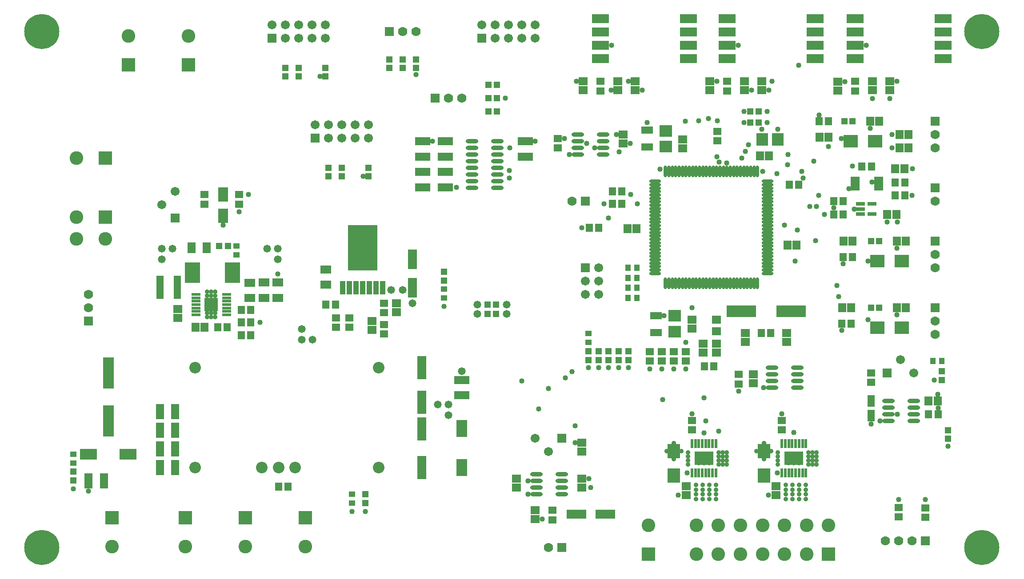
<source format=gts>
%FSLAX25Y25*%
%MOIN*%
G70*
G01*
G75*
G04 Layer_Color=8388736*
%ADD10R,0.03937X0.03937*%
%ADD11R,0.03937X0.03937*%
%ADD12R,0.01260X0.06299*%
%ADD13R,0.13386X0.09685*%
%ADD14R,0.08661X0.09843*%
%ADD15R,0.03937X0.03543*%
%ADD16R,0.04331X0.03937*%
%ADD17R,0.03937X0.04331*%
%ADD18R,0.03543X0.03937*%
%ADD19R,0.06299X0.16535*%
%ADD20R,0.05906X0.05118*%
%ADD21R,0.09843X0.08661*%
%ADD22R,0.21654X0.07874*%
%ADD23R,0.05709X0.01772*%
%ADD24O,0.08661X0.02362*%
%ADD25R,0.03504X0.09488*%
%ADD26R,0.21063X0.33622*%
%ADD27R,0.06299X0.01378*%
%ADD28R,0.09685X0.09095*%
%ADD29O,0.08071X0.01772*%
%ADD30O,0.01772X0.08071*%
%ADD31R,0.04724X0.05512*%
%ADD32R,0.05512X0.04724*%
%ADD33R,0.12000X0.06000*%
%ADD34R,0.07087X0.11811*%
%ADD35R,0.11811X0.07087*%
%ADD36R,0.04600X0.16700*%
%ADD37R,0.07874X0.04724*%
%ADD38R,0.06693X0.09843*%
%ADD39R,0.11000X0.15000*%
%ADD40R,0.05118X0.05906*%
%ADD41R,0.04724X0.07874*%
%ADD42R,0.05118X0.10630*%
%ADD43R,0.10630X0.05118*%
%ADD44R,0.07087X0.22835*%
%ADD45R,0.07087X0.05118*%
%ADD46R,0.06299X0.13780*%
%ADD47R,0.05118X0.07087*%
%ADD48R,0.13780X0.06299*%
%ADD49R,0.07874X0.08661*%
%ADD50R,0.08661X0.07874*%
%ADD51R,0.05709X0.02165*%
%ADD52R,0.05709X0.02165*%
%ADD53C,0.01500*%
%ADD54C,0.01000*%
%ADD55C,0.01200*%
%ADD56C,0.05000*%
%ADD57C,0.02500*%
%ADD58C,0.02000*%
%ADD59C,0.03000*%
%ADD60C,0.01400*%
%ADD61C,0.03500*%
%ADD62R,0.06200X0.06200*%
%ADD63C,0.06200*%
%ADD64R,0.06200X0.06200*%
%ADD65C,0.02800*%
%ADD66C,0.09449*%
%ADD67R,0.09449X0.09449*%
%ADD68R,0.05906X0.05906*%
%ADD69C,0.05906*%
%ADD70R,0.05906X0.05906*%
%ADD71C,0.25590*%
%ADD72C,0.05000*%
%ADD73R,0.09449X0.09449*%
%ADD74C,0.07874*%
%ADD75C,0.03200*%
%ADD76C,0.04000*%
%ADD77C,0.07543*%
G04:AMPARAMS|DCode=78|XSize=95.118mil|YSize=95.118mil|CornerRadius=0mil|HoleSize=0mil|Usage=FLASHONLY|Rotation=0.000|XOffset=0mil|YOffset=0mil|HoleType=Round|Shape=Relief|Width=10mil|Gap=10mil|Entries=4|*
%AMTHD78*
7,0,0,0.09512,0.07512,0.01000,45*
%
%ADD78THD78*%
%ADD79C,0.09512*%
%ADD80C,0.07543*%
G04:AMPARAMS|DCode=81|XSize=75.433mil|YSize=75.433mil|CornerRadius=0mil|HoleSize=0mil|Usage=FLASHONLY|Rotation=0.000|XOffset=0mil|YOffset=0mil|HoleType=Round|Shape=Relief|Width=10mil|Gap=10mil|Entries=4|*
%AMTHD81*
7,0,0,0.07543,0.05543,0.01000,45*
%
%ADD81THD81*%
%ADD82C,0.21717*%
%ADD83C,0.05200*%
%ADD84C,0.06800*%
%ADD85C,0.08724*%
G04:AMPARAMS|DCode=86|XSize=87.244mil|YSize=87.244mil|CornerRadius=0mil|HoleSize=0mil|Usage=FLASHONLY|Rotation=0.000|XOffset=0mil|YOffset=0mil|HoleType=Round|Shape=Relief|Width=10mil|Gap=10mil|Entries=4|*
%AMTHD86*
7,0,0,0.08724,0.06724,0.01000,45*
%
%ADD86THD86*%
%ADD87C,0.07150*%
G04:AMPARAMS|DCode=88|XSize=71.496mil|YSize=71.496mil|CornerRadius=0mil|HoleSize=0mil|Usage=FLASHONLY|Rotation=0.000|XOffset=0mil|YOffset=0mil|HoleType=Round|Shape=Relief|Width=10mil|Gap=10mil|Entries=4|*
%AMTHD88*
7,0,0,0.07150,0.05150,0.01000,45*
%
%ADD88THD88*%
G04:AMPARAMS|DCode=89|XSize=75.433mil|YSize=75.433mil|CornerRadius=0mil|HoleSize=0mil|Usage=FLASHONLY|Rotation=0.000|XOffset=0mil|YOffset=0mil|HoleType=Round|Shape=Relief|Width=10mil|Gap=10mil|Entries=4|*
%AMTHD89*
7,0,0,0.07543,0.05543,0.01000,45*
%
%ADD89THD89*%
%ADD90C,0.05600*%
G04:AMPARAMS|DCode=91|XSize=56mil|YSize=56mil|CornerRadius=0mil|HoleSize=0mil|Usage=FLASHONLY|Rotation=0.000|XOffset=0mil|YOffset=0mil|HoleType=Round|Shape=Relief|Width=10mil|Gap=10mil|Entries=4|*
%AMTHD91*
7,0,0,0.05600,0.03600,0.01000,45*
%
%ADD91THD91*%
G04:AMPARAMS|DCode=92|XSize=68mil|YSize=68mil|CornerRadius=0mil|HoleSize=0mil|Usage=FLASHONLY|Rotation=0.000|XOffset=0mil|YOffset=0mil|HoleType=Round|Shape=Relief|Width=10mil|Gap=10mil|Entries=4|*
%AMTHD92*
7,0,0,0.06800,0.04800,0.01000,45*
%
%ADD92THD92*%
%ADD93C,0.00984*%
%ADD94C,0.02362*%
%ADD95C,0.00394*%
%ADD96C,0.00800*%
%ADD97C,0.00787*%
%ADD98C,0.00500*%
%ADD99C,0.00700*%
%ADD100R,0.18000X0.05000*%
%ADD101R,0.05000X0.18000*%
%ADD102R,0.04737X0.04737*%
%ADD103R,0.04737X0.04737*%
%ADD104R,0.02060X0.07099*%
%ADD105R,0.14186X0.10485*%
%ADD106R,0.09461X0.10642*%
%ADD107R,0.04737X0.04343*%
%ADD108R,0.05131X0.04737*%
%ADD109R,0.04737X0.05131*%
%ADD110R,0.04343X0.04737*%
%ADD111R,0.07099X0.17335*%
%ADD112R,0.06706X0.05918*%
%ADD113R,0.10642X0.09461*%
%ADD114R,0.22453X0.08674*%
%ADD115R,0.06509X0.02572*%
%ADD116O,0.09461X0.03162*%
%ADD117R,0.04304X0.10288*%
%ADD118R,0.21863X0.34422*%
%ADD119R,0.07099X0.02178*%
%ADD120R,0.10485X0.09894*%
%ADD121O,0.08871X0.02572*%
%ADD122O,0.02572X0.08871*%
%ADD123R,0.05524X0.06312*%
%ADD124R,0.06312X0.05524*%
%ADD125R,0.12800X0.06800*%
%ADD126R,0.07887X0.12611*%
%ADD127R,0.12611X0.07887*%
%ADD128R,0.05400X0.17500*%
%ADD129R,0.08674X0.05524*%
%ADD130R,0.07493X0.10642*%
%ADD131R,0.11800X0.15800*%
%ADD132R,0.05918X0.06706*%
%ADD133R,0.05524X0.08674*%
%ADD134R,0.05918X0.11430*%
%ADD135R,0.11430X0.05918*%
%ADD136R,0.07887X0.23635*%
%ADD137R,0.07887X0.05918*%
%ADD138R,0.07099X0.14579*%
%ADD139R,0.05918X0.07887*%
%ADD140R,0.14579X0.07099*%
%ADD141R,0.08674X0.09461*%
%ADD142R,0.09461X0.08674*%
%ADD143R,0.06509X0.02965*%
%ADD144R,0.06509X0.02965*%
%ADD145R,0.07000X0.07000*%
%ADD146C,0.07000*%
%ADD147R,0.07000X0.07000*%
%ADD148C,0.03600*%
%ADD149C,0.10249*%
%ADD150R,0.10249X0.10249*%
%ADD151R,0.06706X0.06706*%
%ADD152C,0.06706*%
%ADD153R,0.06706X0.06706*%
%ADD154C,0.26390*%
%ADD155C,0.05800*%
%ADD156R,0.10249X0.10249*%
%ADD157C,0.08674*%
%ADD158C,0.04000*%
G54D102*
X605500Y801500D02*
D03*
Y795201D02*
D03*
X595500Y801500D02*
D03*
Y795201D02*
D03*
X585500Y801500D02*
D03*
Y795201D02*
D03*
X1004500Y516701D02*
D03*
Y523000D02*
D03*
X537500Y788701D02*
D03*
Y795000D02*
D03*
X517500Y788701D02*
D03*
Y795000D02*
D03*
X507500Y788701D02*
D03*
Y795000D02*
D03*
X570000Y713701D02*
D03*
Y720000D02*
D03*
X550000Y713701D02*
D03*
Y720000D02*
D03*
X540000Y713701D02*
D03*
Y720000D02*
D03*
G54D103*
X660000Y772500D02*
D03*
X666299D02*
D03*
X660000Y782500D02*
D03*
X666299D02*
D03*
X660000Y762500D02*
D03*
X666299D02*
D03*
X659350Y610500D02*
D03*
X665650D02*
D03*
Y617500D02*
D03*
X659350D02*
D03*
X953000Y615000D02*
D03*
X946701D02*
D03*
X953000Y665000D02*
D03*
X946701D02*
D03*
X933000Y755000D02*
D03*
X926701D02*
D03*
X856350Y754000D02*
D03*
X862650D02*
D03*
X856350Y762500D02*
D03*
X862650D02*
D03*
G54D104*
X830413Y491000D02*
D03*
Y513047D02*
D03*
X827854D02*
D03*
X812500D02*
D03*
X815059D02*
D03*
X817618D02*
D03*
X820177D02*
D03*
X822736D02*
D03*
X825295D02*
D03*
X827854Y491000D02*
D03*
X825295D02*
D03*
X822736D02*
D03*
X820177D02*
D03*
X817618D02*
D03*
X815059D02*
D03*
X812500D02*
D03*
X897913D02*
D03*
Y513047D02*
D03*
X895354D02*
D03*
X880000D02*
D03*
X882559D02*
D03*
X885118D02*
D03*
X887677D02*
D03*
X890236D02*
D03*
X892795D02*
D03*
X895354Y491000D02*
D03*
X892795D02*
D03*
X890236D02*
D03*
X887677D02*
D03*
X885118D02*
D03*
X882559D02*
D03*
X880000D02*
D03*
G54D105*
X821457Y502024D02*
D03*
X888957D02*
D03*
G54D106*
X799000Y489000D02*
D03*
Y507504D02*
D03*
X866500Y489000D02*
D03*
Y507504D02*
D03*
G54D107*
X471000Y661500D02*
D03*
Y654807D02*
D03*
X557500Y475000D02*
D03*
Y468307D02*
D03*
X626500Y629000D02*
D03*
Y622307D02*
D03*
X348500Y498307D02*
D03*
Y505000D02*
D03*
X735000Y595847D02*
D03*
Y589153D02*
D03*
G54D108*
X464500Y661500D02*
D03*
X457807D02*
D03*
G54D109*
X567500Y475000D02*
D03*
Y468307D02*
D03*
X626500Y635500D02*
D03*
Y642193D02*
D03*
X1000000Y567500D02*
D03*
Y560807D02*
D03*
X348500Y492000D02*
D03*
Y485307D02*
D03*
X735000Y575807D02*
D03*
Y582500D02*
D03*
X742500Y575807D02*
D03*
Y582500D02*
D03*
X750000Y575807D02*
D03*
Y582500D02*
D03*
X757500Y575807D02*
D03*
Y582500D02*
D03*
X765000Y575807D02*
D03*
Y582500D02*
D03*
G54D110*
X1000000Y575000D02*
D03*
X993307D02*
D03*
X771347Y645000D02*
D03*
X764653D02*
D03*
X771347Y637500D02*
D03*
X764653D02*
D03*
X771347Y630000D02*
D03*
X764653D02*
D03*
X771347Y622500D02*
D03*
X764653D02*
D03*
G54D111*
X610000Y544016D02*
D03*
Y570000D02*
D03*
Y495000D02*
D03*
Y524134D02*
D03*
G54D112*
X831000Y597323D02*
D03*
Y605984D02*
D03*
X826000Y778307D02*
D03*
Y785000D02*
D03*
X865000Y778307D02*
D03*
Y785000D02*
D03*
X852000D02*
D03*
Y778307D02*
D03*
X922000Y778000D02*
D03*
Y784693D02*
D03*
X731000Y778307D02*
D03*
Y785000D02*
D03*
X948000Y778307D02*
D03*
Y785000D02*
D03*
X961000D02*
D03*
Y778307D02*
D03*
X770000D02*
D03*
Y785000D02*
D03*
X757000D02*
D03*
Y778307D02*
D03*
X572500Y598307D02*
D03*
Y605000D02*
D03*
X591000Y611807D02*
D03*
Y618500D02*
D03*
X427000Y607307D02*
D03*
Y614000D02*
D03*
X730000Y486693D02*
D03*
Y480000D02*
D03*
X695000Y463000D02*
D03*
Y456307D02*
D03*
X730000Y513693D02*
D03*
Y507000D02*
D03*
X681000Y480000D02*
D03*
Y486693D02*
D03*
X808100Y474307D02*
D03*
Y481000D02*
D03*
X875500Y474307D02*
D03*
Y481000D02*
D03*
X858500Y558307D02*
D03*
Y565000D02*
D03*
X883457Y589307D02*
D03*
Y596000D02*
D03*
X805500Y741347D02*
D03*
Y734654D02*
D03*
X831000Y588000D02*
D03*
Y581307D02*
D03*
X821000Y588000D02*
D03*
Y581307D02*
D03*
X852457Y589307D02*
D03*
Y596000D02*
D03*
X761000Y745000D02*
D03*
Y738307D02*
D03*
X812500Y599307D02*
D03*
Y606000D02*
D03*
G54D113*
X951496Y600000D02*
D03*
X970000D02*
D03*
X951496Y650000D02*
D03*
X970000D02*
D03*
X931496Y740000D02*
D03*
X950000D02*
D03*
G54D114*
X886902Y612500D02*
D03*
X849500D02*
D03*
G54D115*
X935000Y712000D02*
D03*
Y709441D02*
D03*
Y706882D02*
D03*
Y704323D02*
D03*
X952400Y704300D02*
D03*
Y706859D02*
D03*
Y709418D02*
D03*
Y711977D02*
D03*
G54D116*
X978898Y530000D02*
D03*
Y535000D02*
D03*
Y540000D02*
D03*
Y545000D02*
D03*
X960000Y530000D02*
D03*
Y535000D02*
D03*
Y540000D02*
D03*
Y545000D02*
D03*
X714898Y475000D02*
D03*
Y480000D02*
D03*
Y485000D02*
D03*
Y490000D02*
D03*
X696000Y475000D02*
D03*
Y480000D02*
D03*
Y485000D02*
D03*
Y490000D02*
D03*
X647500Y740000D02*
D03*
Y735000D02*
D03*
Y730000D02*
D03*
Y725000D02*
D03*
Y720000D02*
D03*
Y715000D02*
D03*
Y710000D02*
D03*
Y705000D02*
D03*
X666398Y740000D02*
D03*
Y735000D02*
D03*
Y730000D02*
D03*
Y725000D02*
D03*
Y720000D02*
D03*
Y715000D02*
D03*
Y710000D02*
D03*
Y705000D02*
D03*
X891398Y555000D02*
D03*
Y560000D02*
D03*
Y565000D02*
D03*
Y570000D02*
D03*
X872500Y555000D02*
D03*
Y560000D02*
D03*
Y565000D02*
D03*
Y570000D02*
D03*
X727000Y745000D02*
D03*
Y740000D02*
D03*
Y735000D02*
D03*
Y730000D02*
D03*
X745898Y745000D02*
D03*
Y740000D02*
D03*
Y735000D02*
D03*
Y730000D02*
D03*
G54D117*
X550500Y630061D02*
D03*
X555500D02*
D03*
X560500D02*
D03*
X565500D02*
D03*
X570500D02*
D03*
X575500D02*
D03*
X580500D02*
D03*
G54D118*
X565500Y660100D02*
D03*
G54D119*
X463500Y625177D02*
D03*
Y622618D02*
D03*
Y620059D02*
D03*
Y617500D02*
D03*
Y614941D02*
D03*
Y612382D02*
D03*
Y609823D02*
D03*
X440500D02*
D03*
Y612382D02*
D03*
Y614941D02*
D03*
Y617500D02*
D03*
Y620059D02*
D03*
Y622618D02*
D03*
Y625177D02*
D03*
G54D120*
X452000Y617500D02*
D03*
G54D121*
X785000Y710000D02*
D03*
X869252D02*
D03*
Y707441D02*
D03*
Y704882D02*
D03*
Y702323D02*
D03*
Y699764D02*
D03*
Y697205D02*
D03*
Y694646D02*
D03*
Y692087D02*
D03*
Y689528D02*
D03*
Y686969D02*
D03*
Y684409D02*
D03*
Y681850D02*
D03*
Y679291D02*
D03*
Y676732D02*
D03*
Y674173D02*
D03*
Y671614D02*
D03*
Y669055D02*
D03*
Y666496D02*
D03*
Y663937D02*
D03*
Y661378D02*
D03*
Y658819D02*
D03*
Y656260D02*
D03*
Y653701D02*
D03*
Y651142D02*
D03*
Y648583D02*
D03*
Y646024D02*
D03*
Y643465D02*
D03*
Y640906D02*
D03*
X785000D02*
D03*
Y643465D02*
D03*
Y646024D02*
D03*
Y648583D02*
D03*
Y651142D02*
D03*
Y653701D02*
D03*
Y656260D02*
D03*
Y658819D02*
D03*
Y661378D02*
D03*
Y663937D02*
D03*
Y666496D02*
D03*
Y669055D02*
D03*
Y671614D02*
D03*
Y674173D02*
D03*
Y676732D02*
D03*
Y679291D02*
D03*
Y681850D02*
D03*
Y684409D02*
D03*
Y686969D02*
D03*
Y689528D02*
D03*
Y692087D02*
D03*
Y694646D02*
D03*
Y697205D02*
D03*
Y699764D02*
D03*
Y702323D02*
D03*
Y704882D02*
D03*
Y707441D02*
D03*
G54D122*
X792579Y717579D02*
D03*
X795138D02*
D03*
X797697D02*
D03*
X800256D02*
D03*
X802815D02*
D03*
X805374D02*
D03*
X807933D02*
D03*
X810492D02*
D03*
X813051D02*
D03*
X815610D02*
D03*
X818169D02*
D03*
X820728D02*
D03*
X823287D02*
D03*
X825846D02*
D03*
X828406D02*
D03*
X830965D02*
D03*
X833524D02*
D03*
X836083D02*
D03*
X838642D02*
D03*
X841201D02*
D03*
X843760D02*
D03*
X846319D02*
D03*
X848878D02*
D03*
X851437D02*
D03*
X853996D02*
D03*
X856555D02*
D03*
X859114D02*
D03*
X861673D02*
D03*
Y633327D02*
D03*
X859114D02*
D03*
X856555D02*
D03*
X853996D02*
D03*
X851437D02*
D03*
X848878D02*
D03*
X846319D02*
D03*
X843760D02*
D03*
X841201D02*
D03*
X838642D02*
D03*
X836083D02*
D03*
X833524D02*
D03*
X830965D02*
D03*
X828406D02*
D03*
X825846D02*
D03*
X823287D02*
D03*
X820728D02*
D03*
X818169D02*
D03*
X815610D02*
D03*
X813051D02*
D03*
X810492D02*
D03*
X807933D02*
D03*
X805374D02*
D03*
X802815D02*
D03*
X800256D02*
D03*
X797697D02*
D03*
X795138D02*
D03*
X792579D02*
D03*
G54D123*
X940000Y721000D02*
D03*
X947087D02*
D03*
X932000Y603000D02*
D03*
X924913D02*
D03*
X933000Y653000D02*
D03*
X925913D02*
D03*
X915000Y755000D02*
D03*
X907913D02*
D03*
X997087Y535000D02*
D03*
X990000D02*
D03*
X885413Y707500D02*
D03*
X892500D02*
D03*
X509587Y480917D02*
D03*
X502500D02*
D03*
X545087Y617500D02*
D03*
X538000D02*
D03*
X481587Y594500D02*
D03*
X474500D02*
D03*
X481587Y613500D02*
D03*
X474500D02*
D03*
X456913Y600500D02*
D03*
X464000D02*
D03*
X474500Y604000D02*
D03*
X481587D02*
D03*
X965000Y709000D02*
D03*
X972087D02*
D03*
X742500Y675000D02*
D03*
X735413D02*
D03*
X760000Y693000D02*
D03*
X752913D02*
D03*
X864457Y596000D02*
D03*
X871543D02*
D03*
X829000Y571000D02*
D03*
X821913D02*
D03*
X752913Y702500D02*
D03*
X760000D02*
D03*
X972087Y699500D02*
D03*
X965000D02*
D03*
X926000Y685000D02*
D03*
X918913D02*
D03*
Y695000D02*
D03*
X926000D02*
D03*
G54D124*
X839000Y785000D02*
D03*
Y777913D02*
D03*
X935000Y785000D02*
D03*
Y777913D02*
D03*
X744000Y785000D02*
D03*
Y777913D02*
D03*
X473000Y692913D02*
D03*
Y700000D02*
D03*
X447000D02*
D03*
Y692913D02*
D03*
X947000Y566087D02*
D03*
Y559000D02*
D03*
X555500Y600413D02*
D03*
Y607500D02*
D03*
X581500Y595413D02*
D03*
Y602500D02*
D03*
X545500Y607500D02*
D03*
Y600413D02*
D03*
X581500Y611413D02*
D03*
Y618500D02*
D03*
X708000Y455913D02*
D03*
Y463000D02*
D03*
X812500Y530587D02*
D03*
Y523500D02*
D03*
X880000Y530587D02*
D03*
Y523500D02*
D03*
X987500Y464943D02*
D03*
Y457857D02*
D03*
X967500Y465043D02*
D03*
Y457957D02*
D03*
X831500Y740457D02*
D03*
Y747543D02*
D03*
X808000Y582043D02*
D03*
Y574957D02*
D03*
X799000Y574957D02*
D03*
Y582043D02*
D03*
X847500Y565000D02*
D03*
Y557913D02*
D03*
X790000Y574957D02*
D03*
Y582043D02*
D03*
X781000D02*
D03*
Y574957D02*
D03*
X712000Y735000D02*
D03*
Y742087D02*
D03*
G54D125*
X839000Y832000D02*
D03*
Y822000D02*
D03*
Y812000D02*
D03*
Y802000D02*
D03*
X905000Y832000D02*
D03*
Y822000D02*
D03*
Y812000D02*
D03*
Y802000D02*
D03*
X935000Y832000D02*
D03*
Y822000D02*
D03*
Y812000D02*
D03*
Y802000D02*
D03*
X1001000Y832000D02*
D03*
Y822000D02*
D03*
Y812000D02*
D03*
Y802000D02*
D03*
X744000Y832000D02*
D03*
Y822000D02*
D03*
Y812000D02*
D03*
Y802000D02*
D03*
X810000Y832000D02*
D03*
Y822000D02*
D03*
Y812000D02*
D03*
Y802000D02*
D03*
G54D126*
X640000Y495000D02*
D03*
Y524528D02*
D03*
G54D127*
X360000Y505000D02*
D03*
X389528D02*
D03*
G54D128*
X426500Y630500D02*
D03*
X413500D02*
D03*
G54D129*
X779000Y735701D02*
D03*
Y748299D02*
D03*
X785500Y596402D02*
D03*
Y609000D02*
D03*
G54D130*
X461000Y700000D02*
D03*
Y684252D02*
D03*
G54D131*
X438000Y641500D02*
D03*
X468000D02*
D03*
G54D132*
X973000Y615000D02*
D03*
X966307D02*
D03*
X932000D02*
D03*
X925307D02*
D03*
X973000Y665000D02*
D03*
X966307D02*
D03*
X933000D02*
D03*
X926307D02*
D03*
X975000Y745000D02*
D03*
X968307D02*
D03*
Y735000D02*
D03*
X975000D02*
D03*
X953000Y755000D02*
D03*
X946307D02*
D03*
X915000Y743000D02*
D03*
X908307D02*
D03*
X996693Y545000D02*
D03*
X990000D02*
D03*
X440307Y600500D02*
D03*
X447000D02*
D03*
X971693Y719500D02*
D03*
X965000D02*
D03*
X870347Y729000D02*
D03*
X863653D02*
D03*
X890847Y662000D02*
D03*
X884153D02*
D03*
X764153Y674500D02*
D03*
X770847D02*
D03*
X959000Y685000D02*
D03*
X965693D02*
D03*
G54D133*
X947000Y533976D02*
D03*
Y545000D02*
D03*
G54D134*
X360000Y485000D02*
D03*
X371417D02*
D03*
X413583Y495000D02*
D03*
X425000D02*
D03*
X413583Y509000D02*
D03*
X425000D02*
D03*
X413583Y523000D02*
D03*
X425000D02*
D03*
X413583Y537000D02*
D03*
X425000D02*
D03*
G54D135*
X640000Y560917D02*
D03*
Y549500D02*
D03*
X687500Y740000D02*
D03*
Y728583D02*
D03*
X627500Y705583D02*
D03*
Y717000D02*
D03*
X610500D02*
D03*
Y705583D02*
D03*
X627500Y740000D02*
D03*
Y728583D02*
D03*
X610500D02*
D03*
Y740000D02*
D03*
G54D136*
X375000Y566220D02*
D03*
Y530000D02*
D03*
G54D137*
X538000Y643917D02*
D03*
Y632500D02*
D03*
X481000Y633917D02*
D03*
Y622500D02*
D03*
X491500Y634000D02*
D03*
Y622583D02*
D03*
X502000Y634000D02*
D03*
Y622583D02*
D03*
G54D138*
X603000Y630000D02*
D03*
Y651563D02*
D03*
G54D139*
X448500Y660000D02*
D03*
X437083D02*
D03*
G54D140*
X726000Y460000D02*
D03*
X747563D02*
D03*
G54D141*
X865094Y741500D02*
D03*
X876906D02*
D03*
G54D142*
X793000Y736095D02*
D03*
Y747905D02*
D03*
X799500Y609000D02*
D03*
Y597189D02*
D03*
G54D143*
X947465Y693000D02*
D03*
Y685520D02*
D03*
X939000D02*
D03*
Y689260D02*
D03*
G54D144*
Y693000D02*
D03*
G54D145*
X360000Y605000D02*
D03*
X995000Y755000D02*
D03*
Y615000D02*
D03*
Y665000D02*
D03*
Y705000D02*
D03*
G54D146*
X360000Y615000D02*
D03*
Y625000D02*
D03*
X595500Y822500D02*
D03*
X605500D02*
D03*
X630000Y772500D02*
D03*
X640000D02*
D03*
X995000Y735000D02*
D03*
Y745000D02*
D03*
Y595000D02*
D03*
Y605000D02*
D03*
Y645000D02*
D03*
Y655000D02*
D03*
X705000Y435000D02*
D03*
X995000Y695000D02*
D03*
X967500Y440000D02*
D03*
X977500D02*
D03*
X957500D02*
D03*
X722500Y695000D02*
D03*
G54D147*
X585500Y822500D02*
D03*
X620000Y772500D02*
D03*
X715000Y435000D02*
D03*
X987500Y440000D02*
D03*
X732500Y695000D02*
D03*
G54D148*
X866500Y513500D02*
D03*
Y501500D02*
D03*
X872000Y507500D02*
D03*
X861000D02*
D03*
X793500D02*
D03*
X804500D02*
D03*
X799000Y501500D02*
D03*
Y513500D02*
D03*
X1030000Y833300D02*
D03*
X1040800Y822500D02*
D03*
X1030000Y811700D02*
D03*
X1019200Y822500D02*
D03*
X1022300Y830200D02*
D03*
X1037700D02*
D03*
X1022300Y814800D02*
D03*
X1037700D02*
D03*
X1030000Y445800D02*
D03*
X1040800Y435000D02*
D03*
X1030000Y424200D02*
D03*
X1019200Y435000D02*
D03*
X1022300Y442700D02*
D03*
X1037700D02*
D03*
X1022300Y427300D02*
D03*
X1037700D02*
D03*
X325000Y833300D02*
D03*
X335800Y822500D02*
D03*
X325000Y811700D02*
D03*
X314200Y822500D02*
D03*
X317300Y830200D02*
D03*
X332700D02*
D03*
X317300Y814800D02*
D03*
X332700D02*
D03*
Y427300D02*
D03*
X317300D02*
D03*
X332700Y442700D02*
D03*
X317300D02*
D03*
X314200Y435000D02*
D03*
X325000Y424200D02*
D03*
X335800Y435000D02*
D03*
X325000Y445800D02*
D03*
X449000Y611000D02*
D03*
X455000D02*
D03*
X452000D02*
D03*
X573500Y668100D02*
D03*
X561500Y664100D02*
D03*
Y660100D02*
D03*
Y656100D02*
D03*
Y672100D02*
D03*
X573500Y664100D02*
D03*
Y660100D02*
D03*
Y656100D02*
D03*
X569500Y672100D02*
D03*
X557500Y664100D02*
D03*
X561500Y652100D02*
D03*
Y668100D02*
D03*
X569500Y652100D02*
D03*
X557500D02*
D03*
Y656100D02*
D03*
X565500D02*
D03*
X569500D02*
D03*
Y660100D02*
D03*
X565500Y648100D02*
D03*
X569500D02*
D03*
X565500Y652100D02*
D03*
Y664100D02*
D03*
X573500Y672100D02*
D03*
X561500Y648100D02*
D03*
X565500Y672100D02*
D03*
X557500Y660100D02*
D03*
Y648100D02*
D03*
X569500Y664100D02*
D03*
X565500Y668100D02*
D03*
X557500D02*
D03*
X569500D02*
D03*
X557500Y672100D02*
D03*
X573500Y648100D02*
D03*
Y652100D02*
D03*
X565500Y660100D02*
D03*
X449000Y614500D02*
D03*
X452000Y620500D02*
D03*
X449000D02*
D03*
X452000Y617500D02*
D03*
X449000Y624000D02*
D03*
X455000D02*
D03*
X449000Y617500D02*
D03*
X452000Y614500D02*
D03*
Y624000D02*
D03*
X455000Y614500D02*
D03*
Y617500D02*
D03*
Y620500D02*
D03*
X452000Y627000D02*
D03*
X455000D02*
D03*
X449000D02*
D03*
X452000Y608000D02*
D03*
X455000D02*
D03*
X449000D02*
D03*
X815500Y482000D02*
D03*
X820500D02*
D03*
X825500D02*
D03*
X830500D02*
D03*
X815500Y478500D02*
D03*
Y475000D02*
D03*
Y471500D02*
D03*
X820500Y478500D02*
D03*
Y475000D02*
D03*
Y471500D02*
D03*
X825500Y478500D02*
D03*
Y475000D02*
D03*
Y471500D02*
D03*
X830500Y478500D02*
D03*
Y475000D02*
D03*
Y471500D02*
D03*
X898000D02*
D03*
Y475000D02*
D03*
Y478500D02*
D03*
X893000Y471500D02*
D03*
Y475000D02*
D03*
Y478500D02*
D03*
X888000Y471500D02*
D03*
Y475000D02*
D03*
Y478500D02*
D03*
X883000Y471500D02*
D03*
Y475000D02*
D03*
Y478500D02*
D03*
X898000Y482000D02*
D03*
X893000D02*
D03*
X888000D02*
D03*
X883000D02*
D03*
X889000Y498500D02*
D03*
X888957Y502024D02*
D03*
X889000Y505500D02*
D03*
X885000D02*
D03*
X893000D02*
D03*
Y502000D02*
D03*
X885000D02*
D03*
Y498500D02*
D03*
X893000D02*
D03*
X900000Y506500D02*
D03*
Y503500D02*
D03*
Y500500D02*
D03*
Y497500D02*
D03*
X903000Y506500D02*
D03*
Y503500D02*
D03*
Y500500D02*
D03*
Y497500D02*
D03*
X906000Y506500D02*
D03*
Y503500D02*
D03*
Y500500D02*
D03*
Y497500D02*
D03*
X877000D02*
D03*
Y500500D02*
D03*
Y503500D02*
D03*
Y506500D02*
D03*
X809500D02*
D03*
Y503500D02*
D03*
Y500500D02*
D03*
Y497500D02*
D03*
X838500D02*
D03*
Y500500D02*
D03*
Y503500D02*
D03*
Y506500D02*
D03*
X835500Y497500D02*
D03*
Y500500D02*
D03*
Y503500D02*
D03*
Y506500D02*
D03*
X832500Y497500D02*
D03*
Y500500D02*
D03*
Y503500D02*
D03*
Y506500D02*
D03*
X825500Y498500D02*
D03*
X817500D02*
D03*
Y502000D02*
D03*
X825500D02*
D03*
Y505500D02*
D03*
X817500D02*
D03*
X821500D02*
D03*
X821457Y502024D02*
D03*
X821500Y498500D02*
D03*
G54D149*
X350846Y683268D02*
D03*
X372500Y666732D02*
D03*
X350846D02*
D03*
X522500Y435846D02*
D03*
X377500D02*
D03*
X350846Y727500D02*
D03*
X432500Y435846D02*
D03*
X477500D02*
D03*
X780000Y451654D02*
D03*
X435000Y819154D02*
D03*
X390000D02*
D03*
X915000Y451654D02*
D03*
X898465Y430000D02*
D03*
Y451654D02*
D03*
X881929Y430000D02*
D03*
Y451654D02*
D03*
X865394Y430000D02*
D03*
Y451654D02*
D03*
X848858Y430000D02*
D03*
Y451654D02*
D03*
X832323Y430000D02*
D03*
Y451654D02*
D03*
X815787Y430000D02*
D03*
Y451654D02*
D03*
G54D150*
X372500Y683268D02*
D03*
X372500Y727500D02*
D03*
G54D151*
X497500Y817500D02*
D03*
X530000Y742500D02*
D03*
X655000Y817500D02*
D03*
X959000Y566000D02*
D03*
X715000Y517000D02*
D03*
G54D152*
X507500Y817500D02*
D03*
X517500D02*
D03*
X527500D02*
D03*
X537500D02*
D03*
X497500Y827500D02*
D03*
X507500D02*
D03*
X517500D02*
D03*
X527500D02*
D03*
X537500D02*
D03*
X540000Y742500D02*
D03*
X550000D02*
D03*
X560000D02*
D03*
X570000D02*
D03*
X530000Y752500D02*
D03*
X540000D02*
D03*
X550000D02*
D03*
X560000D02*
D03*
X570000D02*
D03*
X665000Y817500D02*
D03*
X675000D02*
D03*
X685000D02*
D03*
X695000D02*
D03*
X655000Y827500D02*
D03*
X665000D02*
D03*
X675000D02*
D03*
X685000D02*
D03*
X695000D02*
D03*
X742500Y625000D02*
D03*
X732500D02*
D03*
X742500Y635000D02*
D03*
X732500D02*
D03*
X742500Y645000D02*
D03*
X415000Y692500D02*
D03*
X425000Y702500D02*
D03*
X969000Y576000D02*
D03*
X979000Y566000D02*
D03*
X705000Y507000D02*
D03*
X695000Y517000D02*
D03*
G54D153*
X732500Y645000D02*
D03*
X425000Y682500D02*
D03*
G54D154*
X1030000Y822500D02*
D03*
Y435000D02*
D03*
X325000Y822500D02*
D03*
Y435000D02*
D03*
G54D155*
X622000Y542500D02*
D03*
X630000Y534500D02*
D03*
Y542500D02*
D03*
X415000Y651500D02*
D03*
X423000Y659500D02*
D03*
X415000D02*
D03*
X520000Y591000D02*
D03*
Y599000D02*
D03*
X528000Y591000D02*
D03*
X595500Y628500D02*
D03*
X587000D02*
D03*
X603000Y618500D02*
D03*
X502000Y659500D02*
D03*
Y651500D02*
D03*
X494000Y659500D02*
D03*
X673500Y610500D02*
D03*
X651500D02*
D03*
Y617500D02*
D03*
X673500D02*
D03*
X640000Y567500D02*
D03*
G54D156*
X522500Y457500D02*
D03*
X377500D02*
D03*
X432500D02*
D03*
X477500D02*
D03*
X780000Y430000D02*
D03*
X435000Y797500D02*
D03*
X390000D02*
D03*
X915000Y430000D02*
D03*
G54D157*
X577500Y495000D02*
D03*
X515000D02*
D03*
X502500D02*
D03*
X490000D02*
D03*
X440000D02*
D03*
X577500Y570000D02*
D03*
X440000D02*
D03*
G54D158*
X847500Y552500D02*
D03*
X821500Y547500D02*
D03*
X480000Y700000D02*
D03*
X890000Y650000D02*
D03*
X896000Y712500D02*
D03*
X895000Y717500D02*
D03*
X904000Y725000D02*
D03*
X915000Y736000D02*
D03*
X907500Y699500D02*
D03*
X750000Y682500D02*
D03*
X730000Y675000D02*
D03*
X746500Y693000D02*
D03*
X771500Y693000D02*
D03*
X766500Y700000D02*
D03*
X676000Y735000D02*
D03*
X978000Y719500D02*
D03*
X977500Y699500D02*
D03*
X959000Y679500D02*
D03*
X966500D02*
D03*
X962500Y745000D02*
D03*
Y735000D02*
D03*
X823000Y530000D02*
D03*
X821500Y521000D02*
D03*
X697500Y539000D02*
D03*
X880000Y535500D02*
D03*
X808000Y589000D02*
D03*
X994193Y560807D02*
D03*
X557500Y462000D02*
D03*
X567500D02*
D03*
X626500Y616000D02*
D03*
X348500Y479000D02*
D03*
X869000Y762500D02*
D03*
X869000Y754000D02*
D03*
X1004500Y511000D02*
D03*
X865500Y717500D02*
D03*
X921300Y631800D02*
D03*
X757800Y732000D02*
D03*
X838642Y723700D02*
D03*
X912000Y685000D02*
D03*
X932900Y721500D02*
D03*
X833000Y724600D02*
D03*
X739600Y735000D02*
D03*
X779000Y754000D02*
D03*
X876300Y715900D02*
D03*
X944475Y606000D02*
D03*
X924475Y742000D02*
D03*
X733400Y738300D02*
D03*
X831200Y728400D02*
D03*
X764947Y785000D02*
D03*
X947446Y709418D02*
D03*
X966053Y785000D02*
D03*
X725947D02*
D03*
X751947Y778307D02*
D03*
X775053D02*
D03*
X752100Y812000D02*
D03*
X831053Y785000D02*
D03*
X947000Y527939D02*
D03*
X857053Y778307D02*
D03*
X953569Y530000D02*
D03*
X847100Y812000D02*
D03*
X966431Y535000D02*
D03*
X870053Y778307D02*
D03*
X918913Y690144D02*
D03*
X944475Y650000D02*
D03*
X966307Y609947D02*
D03*
X934046Y689260D02*
D03*
X907913Y759856D02*
D03*
X930046Y704323D02*
D03*
X997087Y539856D02*
D03*
X996693Y550053D02*
D03*
X966307Y659947D02*
D03*
X927053Y784693D02*
D03*
X946307Y749947D02*
D03*
X943100Y812000D02*
D03*
X360000Y477585D02*
D03*
X461000Y677231D02*
D03*
X700053Y456307D02*
D03*
X689569Y475000D02*
D03*
Y485000D02*
D03*
X735053Y486693D02*
D03*
X724947Y513693D02*
D03*
X565931Y713701D02*
D03*
X866069Y555000D02*
D03*
X533431Y788701D02*
D03*
X720569Y730000D02*
D03*
X766053Y738307D02*
D03*
X617915Y740000D02*
D03*
X791537Y609000D02*
D03*
X716856Y742087D02*
D03*
X694915Y740000D02*
D03*
X755947Y745000D02*
D03*
X812500Y615000D02*
D03*
X502000Y640500D02*
D03*
X488500Y604000D02*
D03*
X473000Y687000D02*
D03*
X925913Y648144D02*
D03*
X924913Y598144D02*
D03*
X736500Y480000D02*
D03*
X872500Y785000D02*
D03*
X961000Y772000D02*
D03*
X948000D02*
D03*
X799000Y569043D02*
D03*
X905100Y665400D02*
D03*
X884500Y730000D02*
D03*
X967500Y471000D02*
D03*
X987500D02*
D03*
X788500Y719000D02*
D03*
X891500Y673500D02*
D03*
X884100Y722500D02*
D03*
X882000Y677100D02*
D03*
X922500Y623500D02*
D03*
X825000Y757000D02*
D03*
X831500Y755500D02*
D03*
X817500D02*
D03*
X892500Y797000D02*
D03*
X906000Y691000D02*
D03*
X901000D02*
D03*
X781000Y569000D02*
D03*
X790000D02*
D03*
X808000Y569000D02*
D03*
X735000Y570000D02*
D03*
X742500D02*
D03*
X750000D02*
D03*
X757500D02*
D03*
X765000D02*
D03*
X809000Y491000D02*
D03*
X876500D02*
D03*
X869693Y474307D02*
D03*
X802307Y474307D02*
D03*
X812500Y535500D02*
D03*
X889000Y521500D02*
D03*
X705000Y554500D02*
D03*
X685000Y560000D02*
D03*
X832500Y522500D02*
D03*
X724800Y526300D02*
D03*
X790500Y546000D02*
D03*
X722500Y567000D02*
D03*
X717500Y562500D02*
D03*
X605500Y790000D02*
D03*
X672500Y772500D02*
D03*
X636000Y705500D02*
D03*
X851500Y754000D02*
D03*
Y762500D02*
D03*
X850000Y727500D02*
D03*
X852500Y732500D02*
D03*
X855000Y737500D02*
D03*
X807500Y755000D02*
D03*
X865000Y749000D02*
D03*
X877000D02*
D03*
X675500Y712500D02*
D03*
Y718000D02*
D03*
M02*

</source>
